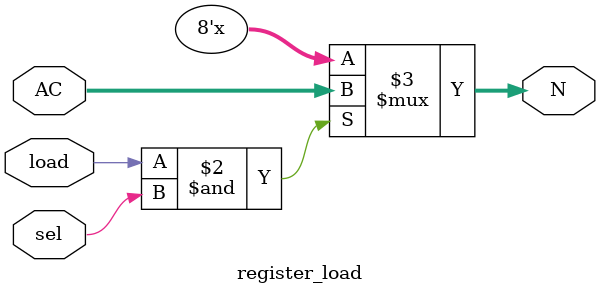
<source format=v>

module register_load(    
    input wire load,
	input wire sel,
	input wire [7:0] AC,
    output reg [7:0] N
);

    always @(*) begin
        if (load & sel)
            N <= AC;
    end

endmodule
</source>
